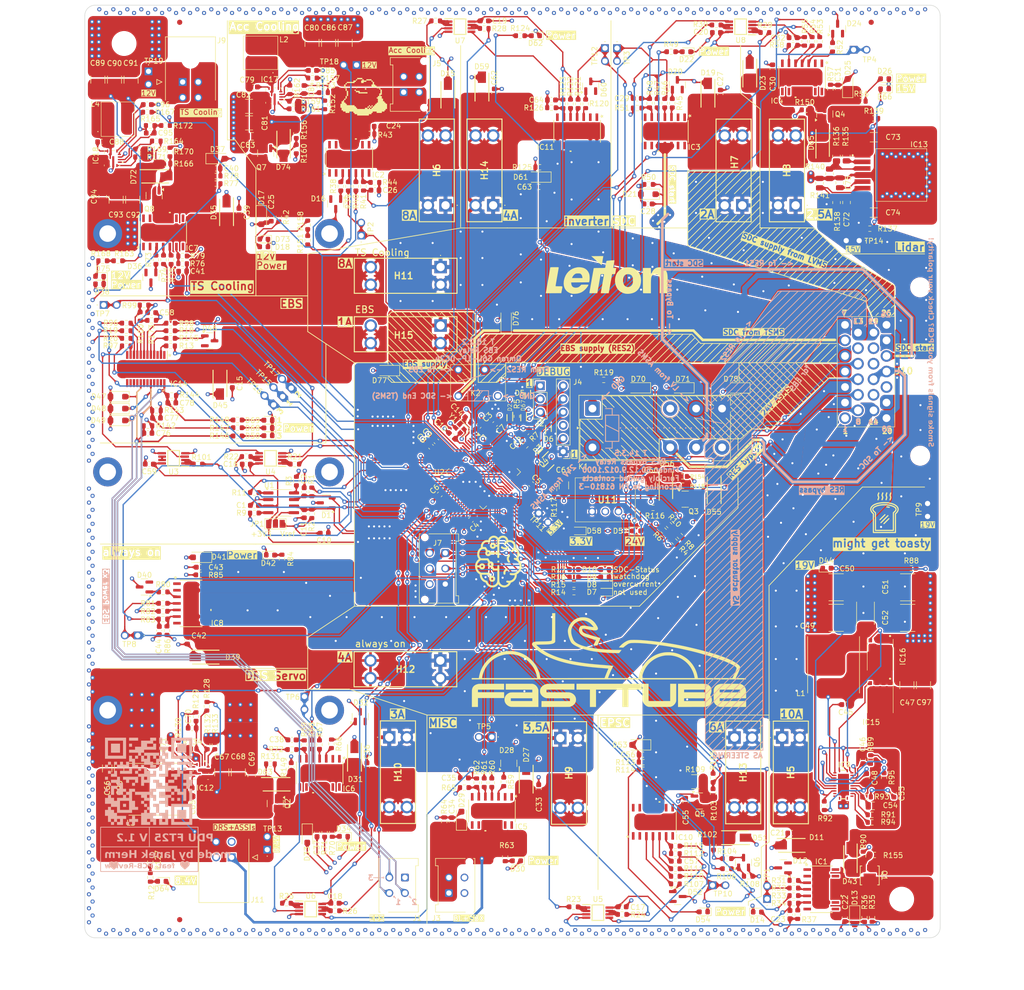
<source format=kicad_pcb>
(kicad_pcb
	(version 20240108)
	(generator "pcbnew")
	(generator_version "8.0")
	(general
		(thickness 1.6)
		(legacy_teardrops no)
	)
	(paper "A3")
	(title_block
		(title "PDU FT25")
		(date "2025-01-15")
		(rev "V1.2")
		(company "Janek Herm")
		(comment 1 "FasTTUBe Electronics")
	)
	(layers
		(0 "F.Cu" signal)
		(1 "In1.Cu" power)
		(2 "In2.Cu" signal)
		(31 "B.Cu" mixed)
		(32 "B.Adhes" user "B.Adhesive")
		(33 "F.Adhes" user "F.Adhesive")
		(34 "B.Paste" user)
		(35 "F.Paste" user)
		(36 "B.SilkS" user "B.Silkscreen")
		(37 "F.SilkS" user "F.Silkscreen")
		(38 "B.Mask" user)
		(39 "F.Mask" user)
		(40 "Dwgs.User" user "User.Drawings")
		(41 "Cmts.User" user "User.Comments")
		(42 "Eco1.User" user "User.Eco1")
		(43 "Eco2.User" user "User.Eco2")
		(44 "Edge.Cuts" user)
		(45 "Margin" user)
		(46 "B.CrtYd" user "B.Courtyard")
		(47 "F.CrtYd" user "F.Courtyard")
		(48 "B.Fab" user)
		(49 "F.Fab" user)
		(50 "User.1" user)
		(51 "User.2" user)
		(52 "User.3" user)
		(53 "User.4" user)
		(54 "User.5" user)
		(55 "User.6" user)
		(56 "User.7" user)
		(57 "User.8" user)
		(58 "User.9" user)
	)
	(setup
		(stackup
			(layer "F.SilkS"
				(type "Top Silk Screen")
			)
			(layer "F.Paste"
				(type "Top Solder Paste")
			)
			(layer "F.Mask"
				(type "Top Solder Mask")
				(thickness 0.01)
			)
			(layer "F.Cu"
				(type "copper")
				(thickness 0.035)
			)
			(layer "dielectric 1"
				(type "prepreg")
				(thickness 0.1)
				(material "FR4")
				(epsilon_r 4.5)
				(loss_tangent 0.02)
			)
			(layer "In1.Cu"
				(type "copper")
				(thickness 0.035)
			)
			(layer "dielectric 2"
				(type "core")
				(thickness 1.24)
				(material "FR4")
				(epsilon_r 4.5)
				(loss_tangent 0.02)
			)
			(layer "In2.Cu"
				(type "copper")
				(thickness 0.035)
			)
			(layer "dielectric 3"
				(type "prepreg")
				(thickness 0.1)
				(material "FR4")
				(epsilon_r 4.5)
				(loss_tangent 0.02)
			)
			(layer "B.Cu"
				(type "copper")
				(thickness 0.035)
			)
			(layer "B.Mask"
				(type "Bottom Solder Mask")
				(thickness 0.01)
			)
			(layer "B.Paste"
				(type "Bottom Solder Paste")
			)
			(layer "B.SilkS"
				(type "Bottom Silk Screen")
			)
			(copper_finish "None")
			(dielectric_constraints no)
		)
		(pad_to_mask_clearance 0)
		(allow_soldermask_bridges_in_footprints no)
		(pcbplotparams
			(layerselection 0x00010fc_ffffffff)
			(plot_on_all_layers_selection 0x0000000_00000000)
			(disableapertmacros no)
			(usegerberextensions no)
			(usegerberattributes yes)
			(usegerberadvancedattributes yes)
			(creategerberjobfile no)
			(dashed_line_dash_ratio 12.000000)
			(dashed_line_gap_ratio 3.000000)
			(svgprecision 4)
			(plotframeref no)
			(viasonmask no)
			(mode 1)
			(useauxorigin yes)
			(hpglpennumber 1)
			(hpglpenspeed 20)
			(hpglpendiameter 15.000000)
			(pdf_front_fp_property_popups yes)
			(pdf_back_fp_property_popups yes)
			(dxfpolygonmode yes)
			(dxfimperialunits yes)
			(dxfusepcbnewfont yes)
			(psnegative no)
			(psa4output no)
			(plotreference yes)
			(plotvalue no)
			(plotfptext yes)
			(plotinvisibletext no)
			(sketchpadsonfab no)
			(subtractmaskfromsilk yes)
			(outputformat 1)
			(mirror no)
			(drillshape 0)
			(scaleselection 1)
			(outputdirectory "gerber/")
		)
	)
	(net 0 "")
	(net 1 "GND")
	(net 2 "+3V3")
	(net 3 "stdCAN_H")
	(net 4 "/MCU/Vref")
	(net 5 "stdCAN_L")
	(net 6 "/MCU/NRST")
	(net 7 "Net-(D11-A2)")
	(net 8 "/powerstages/P_Out6a")
	(net 9 "/powerstages/IS4")
	(net 10 "Net-(D15-A2)")
	(net 11 "/connectors/P_Out1")
	(net 12 "/powerstages/IS1")
	(net 13 "Net-(D19-A2)")
	(net 14 "/powerstages/IS10")
	(net 15 "Net-(D23-A2)")
	(net 16 "/powerstages/P_Out9a")
	(net 17 "/powerstages/IS7")
	(net 18 "Net-(D27-A2)")
	(net 19 "/connectors/P_Out8")
	(net 20 "/powerstages/IS8")
	(net 21 "Net-(D31-A2)")
	(net 22 "/powerstages/P_Out5a")
	(net 23 "/powerstages/IS3")
	(net 24 "Net-(D35-A2)")
	(net 25 "/connectors/P_Out2")
	(net 26 "/powerstages/IS2")
	(net 27 "/connectors/P_Out9")
	(net 28 "/powerstages/IS9")
	(net 29 "Net-(IC9-CBOOT)")
	(net 30 "Net-(IC9-SW)")
	(net 31 "Net-(IC9-VCC)")
	(net 32 "Net-(D43-K)")
	(net 33 "Net-(IC9-PFM{slash}SYNC)")
	(net 34 "/connectors/P_Out4")
	(net 35 "Net-(C53-Pad2)")
	(net 36 "Net-(IC9-EXTCOMP)")
	(net 37 "Net-(D51-A2)")
	(net 38 "/connectors/P_Out5")
	(net 39 "/powerstages/IS5")
	(net 40 "Net-(D56-K)")
	(net 41 "Net-(D59-A2)")
	(net 42 "/connectors/P_Out6")
	(net 43 "/powerstages/IS6")
	(net 44 "Net-(IC12-SW)")
	(net 45 "Net-(IC12-BOOT)")
	(net 46 "/connectors/P_Out3")
	(net 47 "Net-(D63-K)")
	(net 48 "Net-(IC12-FB)")
	(net 49 "Net-(IC12-SS)")
	(net 50 "/connectors/P_Out7")
	(net 51 "Net-(IC13-FB)")
	(net 52 "Net-(D65-K)")
	(net 53 "Net-(IC13-SS)")
	(net 54 "/MCU/SWCLK")
	(net 55 "/MCU/SWDIO")
	(net 56 "/MCU/UART_RX")
	(net 57 "/MCU/UART_TX")
	(net 58 "Net-(D7-A)")
	(net 59 "Net-(D8-A)")
	(net 60 "Net-(D9-A)")
	(net 61 "Net-(D10-A)")
	(net 62 "Net-(D12-A)")
	(net 63 "unconnected-(D12-NC-Pad2)")
	(net 64 "Net-(D14-A)")
	(net 65 "Net-(D16-A)")
	(net 66 "unconnected-(D16-NC-Pad2)")
	(net 67 "Net-(D18-A)")
	(net 68 "Net-(D20-A)")
	(net 69 "unconnected-(D20-NC-Pad2)")
	(net 70 "Net-(D22-A)")
	(net 71 "Net-(D24-A)")
	(net 72 "unconnected-(D24-NC-Pad2)")
	(net 73 "Net-(D26-A)")
	(net 74 "Net-(D28-A)")
	(net 75 "unconnected-(D28-NC-Pad2)")
	(net 76 "Net-(D30-A)")
	(net 77 "unconnected-(D32-NC-Pad2)")
	(net 78 "Net-(D32-A)")
	(net 79 "Net-(D34-A)")
	(net 80 "Net-(D36-A)")
	(net 81 "unconnected-(D36-NC-Pad2)")
	(net 82 "Net-(D38-A)")
	(net 83 "Net-(D43-A)")
	(net 84 "Net-(D44-A)")
	(net 85 "Net-(D45-A2)")
	(net 86 "/powerstages/IS11")
	(net 87 "/connectors/P_Out12")
	(net 88 "unconnected-(D52-NC-Pad2)")
	(net 89 "Net-(D52-A)")
	(net 90 "Net-(D54-A)")
	(net 91 "Net-(D56-A)")
	(net 92 "Net-(D57-A)")
	(net 93 "Net-(D58-A)")
	(net 94 "unconnected-(D60-NC-Pad2)")
	(net 95 "Net-(D60-A)")
	(net 96 "Net-(D62-A)")
	(net 97 "Net-(D63-A)")
	(net 98 "Net-(D64-A)")
	(net 99 "Net-(D65-A)")
	(net 100 "Net-(D66-A)")
	(net 101 "/connectors/P_Out11")
	(net 102 "/connectors/P_Out10")
	(net 103 "Net-(D46-A)")
	(net 104 "+24V")
	(net 105 "Net-(IC1-IS)")
	(net 106 "Net-(IC1-GND)")
	(net 107 "Net-(IC1-IN)")
	(net 108 "Net-(IC1-DEN)")
	(net 109 "Net-(IC2-IS)")
	(net 110 "Net-(IC2-IN)")
	(net 111 "Net-(IC2-DEN)")
	(net 112 "Net-(IC2-GND)")
	(net 113 "Net-(IC3-IN)")
	(net 114 "Net-(IC3-GND)")
	(net 115 "Net-(IC3-IS)")
	(net 116 "Net-(IC3-DEN)")
	(net 117 "Net-(IC4-IN)")
	(net 118 "Net-(IC4-GND)")
	(net 119 "Net-(IC4-IS)")
	(net 120 "Net-(IC4-DEN)")
	(net 121 "Net-(IC5-GND)")
	(net 122 "Net-(IC5-DEN)")
	(net 123 "Net-(IC5-IS)")
	(net 124 "Net-(IC5-IN)")
	(net 125 "Net-(IC6-GND)")
	(net 126 "Net-(IC6-IN)")
	(net 127 "Net-(IC6-DEN)")
	(net 128 "Net-(IC6-IS)")
	(net 129 "Net-(IC7-IN)")
	(net 130 "Net-(IC7-IS)")
	(net 131 "Net-(IC7-GND)")
	(net 132 "Net-(IC7-DEN)")
	(net 133 "Net-(IC9-CNFG)")
	(net 134 "Net-(IC9-PG{slash}SYNCOUT)")
	(net 135 "Net-(IC9-RT)")
	(net 136 "Net-(IC9-ISNS+)")
	(net 137 "Net-(IC9-HO)")
	(net 138 "Net-(IC9-LO)")
	(net 139 "Net-(IC9-FB)")
	(net 140 "Net-(IC10-IS)")
	(net 141 "Net-(IC10-IN)")
	(net 142 "Net-(IC10-DEN)")
	(net 143 "Net-(IC10-GND)")
	(net 144 "Net-(IC11-DEN)")
	(net 145 "Net-(IC11-IS)")
	(net 146 "Net-(IC11-IN)")
	(net 147 "Net-(IC11-GND)")
	(net 148 "Net-(IC12-PG)")
	(net 149 "Net-(IC12-MODE)")
	(net 150 "Net-(IC12-EN)")
	(net 151 "Net-(IC13-RON)")
	(net 152 "Net-(IC13-EN)")
	(net 153 "/MCU/SWO")
	(net 154 "FDCAN_H")
	(net 155 "FDCAN_L")
	(net 156 "/RBR/SDC bypass")
	(net 157 "24V ASMS")
	(net 158 "Net-(JP1-C)")
	(net 159 "unconnected-(K1-Pad12)")
	(net 160 "unconnected-(K1-Pad24)")
	(net 161 "Net-(K1-PadA1)")
	(net 162 "unconnected-(D46-NC-Pad2)")
	(net 163 "Net-(IC14-DSEL1)")
	(net 164 "Net-(Q5-D)")
	(net 165 "Net-(Q5-G)")
	(net 166 "Net-(Q6-G)")
	(net 167 "Net-(Q6-D)")
	(net 168 "Net-(U1-Rs)")
	(net 169 "Net-(U2-PA0)")
	(net 170 "Net-(U2-BOOT0)")
	(net 171 "Net-(U2-PC0)")
	(net 172 "Net-(U2-PA11)")
	(net 173 "/MCU/CAN_RX")
	(net 174 "/MCU/CAN_TX")
	(net 175 "Net-(U2-PA12)")
	(net 176 "unconnected-(U2-PB7-Pad59)")
	(net 177 "unconnected-(U2-PA15-Pad50)")
	(net 178 "/MCU/STATUS_LED1")
	(net 179 "/MCU/STATUS_LED2")
	(net 180 "/MCU/STATUS_LED3")
	(net 181 "/MCU/STATUS_LED4")
	(net 182 "Net-(R12-Pad1)")
	(net 183 "Net-(U4A--)")
	(net 184 "/MCU/ISENSE1")
	(net 185 "Net-(U4B--)")
	(net 186 "/MCU/ISENSE2")
	(net 187 "/MCU/ISENSE3")
	(net 188 "Net-(U5A--)")
	(net 189 "Net-(U5B--)")
	(net 190 "/MCU/ISENSE4")
	(net 191 "/MCU/ISENSE5")
	(net 192 "Net-(U6A--)")
	(net 193 "Net-(U6B--)")
	(net 194 "/MCU/ISENSE6")
	(net 195 "/MCU/ISENSE7")
	(net 196 "Net-(U7A--)")
	(net 197 "Net-(U7B--)")
	(net 198 "/MCU/ISENSE8")
	(net 199 "/MCU/ISENSE9")
	(net 200 "Net-(U8A--)")
	(net 201 "Net-(U8B--)")
	(net 202 "/MCU/ISENSE10")
	(net 203 "/MCU/IN4")
	(net 204 "/MCU/IN1")
	(net 205 "/MCU/IN10")
	(net 206 "/MCU/IN7")
	(net 207 "/MCU/IN8")
	(net 208 "/MCU/IN3")
	(net 209 "/MCU/IN2")
	(net 210 "/MCU/IN9")
	(net 211 "/MCU/IN11")
	(net 212 "/MCU/IN12")
	(net 213 "/MCU/IN13")
	(net 214 "/MCU/PC_Read")
	(net 215 "/MCU/PC_EN")
	(net 216 "/MCU/IN5")
	(net 217 "/MCU/IN6")
	(net 218 "/MCU/XTAL_OUT")
	(net 219 "unconnected-(U2-PC5-Pad25)")
	(net 220 "Net-(IC14-GND)")
	(net 221 "unconnected-(U2-PC12-Pad53)")
	(net 222 "Net-(IC14-DEN)")
	(net 223 "Net-(IC14-IN2)")
	(net 224 "/MCU/XTAL_IN")
	(net 225 "unconnected-(U2-PD2-Pad54)")
	(net 226 "unconnected-(IC14-OUT3-Pad13)")
	(net 227 "Net-(IC14-IN0)")
	(net 228 "Net-(IC14-IN3)")
	(net 229 "Net-(IC14-DSEL0)")
	(net 230 "Net-(IC14-IN1)")
	(net 231 "Net-(IC14-IS)")
	(net 232 "/MCU/DSEL0")
	(net 233 "/MCU/DSEL1")
	(net 234 "Net-(U3A--)")
	(net 235 "/MCU/ISENSE11")
	(net 236 "Net-(U3B--)")
	(net 237 "unconnected-(IC9-NC_1-Pad1)")
	(net 238 "unconnected-(IC9-NC_2-Pad2)")
	(net 239 "unconnected-(IC9-NC_4-Pad23)")
	(net 240 "unconnected-(IC9-NC_3-Pad22)")
	(net 241 "unconnected-(IC9-NC_5-Pad24)")
	(net 242 "Net-(D50-A)")
	(net 243 "Net-(D68-A)")
	(net 244 "Net-(D69-A)")
	(net 245 "/connectors/P_Out14")
	(net 246 "/connectors/P_Out13")
	(net 247 "Net-(IC17-SW)")
	(net 248 "Net-(IC17-BOOT)")
	(net 249 "Net-(D72-K)")
	(net 250 "Net-(IC17-FB)")
	(net 251 "Net-(IC17-SS)")
	(net 252 "Net-(IC18-BOOT)")
	(net 253 "Net-(IC18-SW)")
	(net 254 "Net-(D74-K)")
	(net 255 "Net-(IC18-FB)")
	(net 256 "Net-(IC18-SS)")
	(net 257 "Net-(D72-A)")
	(net 258 "Net-(D73-A)")
	(net 259 "Net-(D74-A)")
	(net 260 "Net-(D75-A)")
	(net 261 "Net-(IC17-PG)")
	(net 262 "Net-(IC17-MODE)")
	(net 263 "Net-(IC17-EN)")
	(net 264 "Net-(IC18-PG)")
	(net 265 "Net-(IC18-MODE)")
	(net 266 "Net-(IC18-EN)")
	(net 267 "Net-(R151-Pad2)")
	(net 268 "Net-(R163-Pad2)")
	(net 269 "EBS supply")
	(net 270 "AS actuator supply")
	(net 271 "unconnected-(IC1-NC-Pad7)")
	(net 272 "unconnected-(IC1-NC-Pad1)")
	(net 273 "unconnected-(IC1-NC-Pad14)")
	(net 274 "unconnected-(IC1-NC-Pad8)")
	(net 275 "unconnected-(IC1-NC-Pad9)")
	(net 276 "unconnected-(IC1-NC-Pad13)")
	(net 277 "unconnected-(IC1-NC-Pad2)")
	(net 278 "unconnected-(IC2-NC-Pad2)")
	(net 279 "unconnected-(IC2-NC-Pad7)")
	(net 280 "unconnected-(IC2-NC-Pad8)")
	(net 281 "unconnected-(IC2-NC-Pad14)")
	(net 282 "unconnected-(IC2-NC-Pad1)")
	(net 283 "unconnected-(IC2-NC-Pad9)")
	(net 284 "unconnected-(IC2-NC-Pad13)")
	(net 285 "unconnected-(IC3-NC-Pad8)")
	(net 286 "unconnected-(IC3-NC-Pad1)")
	(net 287 "unconnected-(IC3-NC-Pad7)")
	(net 288 "unconnected-(IC3-NC-Pad14)")
	(net 289 "unconnected-(IC3-NC-Pad13)")
	(net 290 "unconnected-(IC3-NC-Pad9)")
	(net 291 "unconnected-(IC3-NC-Pad2)")
	(net 292 "unconnected-(IC4-NC-Pad2)")
	(net 293 "unconnected-(IC4-NC-Pad1)")
	(net 294 "unconnected-(IC4-NC-Pad13)")
	(net 295 "unconnected-(IC4-NC-Pad7)")
	(net 296 "unconnected-(IC4-NC-Pad9)")
	(net 297 "unconnected-(IC4-NC-Pad8)")
	(net 298 "unconnected-(IC4-NC-Pad14)")
	(net 299 "unconnected-(IC5-NC-Pad1)")
	(net 300 "unconnected-(IC5-NC-Pad8)")
	(net 301 "unconnected-(IC5-NC-Pad9)")
	(net 302 "unconnected-(IC5-NC-Pad14)")
	(net 303 "unconnected-(IC5-NC-Pad13)")
	(net 304 "unconnected-(IC5-NC-Pad2)")
	(net 305 "unconnected-(IC5-NC-Pad7)")
	(net 306 "unconnected-(IC6-NC-Pad14)")
	(net 307 "unconnected-(IC6-NC-Pad2)")
	(net 308 "unconnected-(IC6-NC-Pad7)")
	(net 309 "unconnected-(IC6-NC-Pad1)")
	(net 310 "unconnected-(IC6-NC-Pad9)")
	(net 311 "unconnected-(IC6-NC-Pad8)")
	(net 312 "unconnected-(IC6-NC-Pad13)")
	(net 313 "unconnected-(IC7-NC-Pad1)")
	(net 314 "unconnected-(IC7-NC-Pad9)")
	(net 315 "unconnected-(IC7-NC-Pad14)")
	(net 316 "unconnected-(IC7-NC-Pad13)")
	(net 317 "unconnected-(IC7-NC-Pad7)")
	(net 318 "unconnected-(IC7-NC-Pad8)")
	(net 319 "unconnected-(IC7-NC-Pad2)")
	(net 320 "unconnected-(IC10-NC-Pad14)")
	(net 321 "unconnected-(IC10-NC-Pad8)")
	(net 322 "unconnected-(IC10-NC-Pad13)")
	(net 323 "unconnected-(IC10-NC-Pad9)")
	(net 324 "unconnected-(IC10-NC-Pad1)")
	(net 325 "unconnected-(IC10-NC-Pad7)")
	(net 326 "unconnected-(IC10-NC-Pad2)")
	(net 327 "unconnected-(IC11-NC-Pad1)")
	(net 328 "unconnected-(IC11-NC-Pad13)")
	(net 329 "unconnected-(IC11-NC-Pad2)")
	(net 330 "unconnected-(IC11-NC-Pad7)")
	(net 331 "unconnected-(IC11-NC-Pad9)")
	(net 332 "unconnected-(IC11-NC-Pad8)")
	(net 333 "unconnected-(IC11-NC-Pad14)")
	(net 334 "unconnected-(IC14-NC-Pad21)")
	(net 335 "unconnected-(IC14-NC-Pad19)")
	(net 336 "unconnected-(IC14-NC-Pad15)")
	(net 337 "unconnected-(IC14-NC-Pad18)")
	(net 338 "unconnected-(IC14-NC-Pad23)")
	(net 339 "unconnected-(IC14-NC-Pad22)")
	(net 340 "unconnected-(IC14-NC-Pad14)")
	(net 341 "unconnected-(IC14-NC-Pad12)")
	(net 342 "unconnected-(IC14-NC-Pad1)")
	(net 343 "unconnected-(IC14-NC-Pad16)")
	(net 344 "/EBSR/EBS power")
	(net 345 "unconnected-(U2-PC14-Pad3)")
	(net 346 "unconnected-(U2-PC15-Pad4)")
	(net 347 "unconnected-(U2-PC13-Pad2)")
	(net 348 "Net-(R100-Pad1)")
	(net 349 "/RBR/RES")
	(net 350 "TSMS SDC")
	(net 351 "unconnected-(IC14-NC-Pad3)")
	(net 352 "unconnected-(U2-PB0-Pad26)")
	(net 353 "Net-(D39-A2)")
	(net 354 "unconnected-(D40-NC-Pad2)")
	(net 355 "Net-(D40-A)")
	(net 356 "Net-(D42-A)")
	(net 357 "unconnected-(IC8-NC-Pad8)")
	(net 358 "unconnected-(IC8-NC-Pad13)")
	(net 359 "Net-(IC8-IN)")
	(net 360 "unconnected-(IC8-NC-Pad9)")
	(net 361 "unconnected-(IC8-NC-Pad1)")
	(net 362 "Net-(IC8-DEN)")
	(net 363 "Net-(IC8-GND)")
	(net 364 "Net-(IC8-IS)")
	(net 365 "unconnected-(IC8-NC-Pad2)")
	(net 366 "unconnected-(IC8-NC-Pad14)")
	(net 367 "unconnected-(IC8-NC-Pad7)")
	(net 368 "unconnected-(J10-Pin_15-Pad15)")
	(net 369 "unconnected-(J10-Pin_17-Pad17)")
	(footprint "5025:5025" (layer "F.Cu") (at 165.32 98.46 90))
	(footprint "Resistor_SMD:R_0603_1608Metric" (layer "F.Cu") (at 161.375 88.955 90))
	(footprint "Resistor_SMD:R_0603_1608Metric" (layer "F.Cu") (at 128.645 103.135 -90))
	(footprint "Capacitor_SMD:C_1210_3225Metric" (layer "F.Cu") (at 162.225 61.275 90))
	(footprint "BTT6010-1ERB:SOIC14_BTT6010-1ERB_INF" (layer "F.Cu") (at 163.019 83.649799 90))
	(footprint "824501241:DIOM5127X250N" (layer "F.Cu") (at 139.345 93.995 -90))
	(footprint "Resistor_SMD:R_0603_1608Metric" (layer "F.Cu") (at 122.555 83.275))
	(footprint "Package_TO_SOT_SMD:SOT-23" (layer "F.Cu") (at 124.75 106.535 -90))
	(footprint "Package_TO_SOT_SMD:SOT-23" (layer "F.Cu") (at 165.14 191.314998 90))
	(footprint "Resistor_SMD:R_0603_1608Metric" (layer "F.Cu") (at 135.615001 196.775 90))
	(footprint "Resistor_SMD:R_0603_1608Metric" (layer "F.Cu") (at 155.915 68.065))
	(footprint "Capacitor_SMD:C_1210_3225Metric" (layer "F.Cu") (at 143.685 76.725 180))
	(footprint "Resistor_SMD:R_0603_1608Metric" (layer "F.Cu") (at 135.545001 189.315 -90))
	(footprint "LED_SMD:LED_0603_1608Metric" (layer "F.Cu") (at 266.295 70.155 180))
	(footprint "brain:heart" (layer "F.Cu") (at 117.6 220.05))
	(footprint "Resistor_SMD:R_0603_1608Metric" (layer "F.Cu") (at 127.585 77.225))
	(footprint "ESD321DYAR:SODFL1608X77N" (layer "F.Cu") (at 193.99 133.625 -90))
	(footprint "Diode_SMD:D_SOD-123F" (layer "F.Cu") (at 218.94 127.854999 180))
	(footprint "5025:5025" (layer "F.Cu") (at 147.190001 216.99 90))
	(footprint "Resistor_SMD:R_0603_1608Metric" (layer "F.Cu") (at 147.805 200.415))
	(footprint "5025:5025" (layer "F.Cu") (at 261.38 99.44 180))
	(footprint "MountingHole:MountingHole_3.2mm_M3_DIN965_Pad" (layer "F.Cu") (at 116.41 144.08 -90))
	(footprint "Resistor_SMD:R_0603_1608Metric" (layer "F.Cu") (at 254.645 208.515 -90))
	(footprint "3557-15:355715" (layer "F.Cu") (at 180.58 180.485 180))
	(footprint "Resistor_SMD:R_0603_1608Metric" (layer "F.Cu") (at 264.205001 75.855))
	(footprint "Capacitor_SMD:C_0603_1608Metric" (layer "F.Cu") (at 156.795 213.675001 -90))
	(footprint "Resistor_SMD:R_0603_1608Metric" (layer "F.Cu") (at 120.005477 118.297452))
	(footprint "MountingHole:MountingHole_4.3mm_M4" (layer "F.Cu") (at 119.575 226.345))
	(footprint "Capacitor_SMD:C_1210_3225Metric" (layer "F.Cu") (at 138.414747 202.063428 90))
	(footprint "Diode_SMD:D_SOD-123F" (layer "F.Cu") (at 146.065 94.88 -90))
	(footprint "Capacitor_SMD:C_0603_1608Metric" (layer "F.Cu") (at 185.205 203.145 180))
	(footprint "Resistor_SMD:R_0603_1608Metric" (layer "F.Cu") (at 225.925 220.675))
	(footprint "Resistor_SMD:R_0603_1608Metric"
		(layer "F.Cu")
		(uuid "15025461-dcc7-4f61-9542-8f8e8ec99700")
		(at 154.995 99.365 90)
		(descr "Resistor SMD 0603 (1608 Metric), square (rectangular) end terminal, IPC_7351 nominal, (Body size source: IPC-SM-782 page 72, https://www.pcb-3d.com/wordpress/wp-content/uploads/ipc-sm-782a_amendment_1_and_2.pdf), generated with kicad-footprint-generator")
		(tags "resistor")
		(property "Reference" "R151"
			(at -0.65 -1.42 90)
			(layer "F.SilkS")
			(uuid "122f886c-686c-4dca-9df4-687a2b60e366")
			(effects
				(font
					(size 1 1)
					(thickness 0.15)
				)
			)
		)
		(property "Value" "1k"
			(at 0 1.43 90)
			(layer "F.Fab")
			(uuid "a592b584-abae-4bea-8bc8-0a8ffebe0b80")
			(effects
				(font
					(size 1 1)
					(thickness 0.15)
				)
			)
		)
		(property "Footprint" "Resistor_SMD:R_0603_1608Metric"
			(at 0 0 90)
			(unlocked yes)
			(layer "F.Fab")
			(hide yes)
			(uuid "1c5f638a-4832-4642-88d6-97d1baf0f576")
			(effects
				(font
					(size 1.27 1.27)
					(thickness 0.15)
				)
			)
		)
		(property "Datasheet" ""
			(at 0 0 90)
			(unlocked yes)
			(layer "F.Fab")
			(hide yes)
			(uuid "59d60a19-0eeb-4754-9aba-e42d43305fa7")
			(effects
				(font
					(size 1.27 1.27)
					(thickness 0.15)
				)
			)
		)
		(property "Description" "Resistor, small symbol"
			(at 0 0 90)
			(unlocked yes)
			(layer "F.Fab")
			(hide yes)
			(uuid "33615a10-7215-4795-96b9-fa93cea6c121")
			(effects
				(font
					(size 1.27 1.27)
					(thickness 0.15)
				)
			)
		)
		(property ki_fp_filters "R_*")
		(path "/780d04e9-366d-4b48-88f6-229428c96c3a/2688228a-78b0-463b-82bd-42a0dedab640/a31b0199-c63c-4e83-8127-1fac1a9facaf")
		(sheetname "ACC pump DCDC")
		(sheetfile "pumpDCDC.kicad_sch")
		(attr smd)
		(fp_line
			(start -0.237258 -0.5225)
			(end 0.237258 -0.5225)
			(stroke
				(width 0.12)
				(type solid)
			)
			(layer "F.SilkS")
			(uuid "dc8e5fd8-4ca3-4c1d-b1f5-6eaae540711d")
		)
		(fp_line
			(start -0.237258 0.5225)
			(end 0.237258 0.5225)
			(stroke
				(width 0.12)
				(type solid)
			)
			(layer "F.SilkS")
			(uuid "6c0a18d3-6077-4bcb-825a-872d2e6b7716")
		)
		(fp_line
			(start 1.48 -0.73)
			(end 1.48 0.73)
			(stroke
				(width 0.05)
				(type solid)
			)
			(layer "F.CrtYd")
			(uuid "7313f3b4-9a54-4d87-8c75-088e5090a017")
		)
		(fp_line
			(start -1.48 -0.73)
			(end 1.48 -0.73)
			(stroke
				(width 0.05)
				(type solid)
			)
			(layer "F.CrtYd")
			(uuid "6af3927a-7d15-47f2-a5a0-8445f1b4c182")
		)
		(fp_line
			(start 1.48 0.73)
			(end -1.48 0.73)
			(stroke
				(width 0.05)
				(type solid)
			)
			(layer "F.CrtYd")
			(uuid "72e13f33-6639-4f39-84e2-7a3d4ba4715a")
		)
		(fp_line
			(start -1.48 0.73)
			(end -1.48 -0.73)
			(stroke
				(width 0.05)
				(type solid)
			)
			(layer "F.CrtYd")
			(uuid "ff98d762-9a6b-4848-89e9-20b6125bce37")
		)
		(fp_line
			(start 0.8 -0.4125)
			(end 0.8 0.4125)
			(stroke
				(width 0.1)
				(type solid)
			)
			(layer "F.Fab")
			(uuid "fe961a65-105c-43a7-89d7-5c7c44acd8a1")
		)
		(fp_line
			(start -0.8 -0.4125)
			(end 0.8 -0.4125)
			(stroke
				(width 0.1)
				(type solid)
			)
			(layer "F.Fab")
			(uuid "bb8064fe-6479-4ead-87cb-214fa68d7676")
		)
		(fp_line
			(start 0.8 0.4125)
			(end -0.8 0.4125)
			(stroke
				(width 0.1)
				(type solid)
			)
			(layer "F.Fab")
			(uuid "0ba98a26-6841-4152-aae7-55d7e1c78c39")
		)
		(fp_line

... [9318800 chars truncated]
</source>
